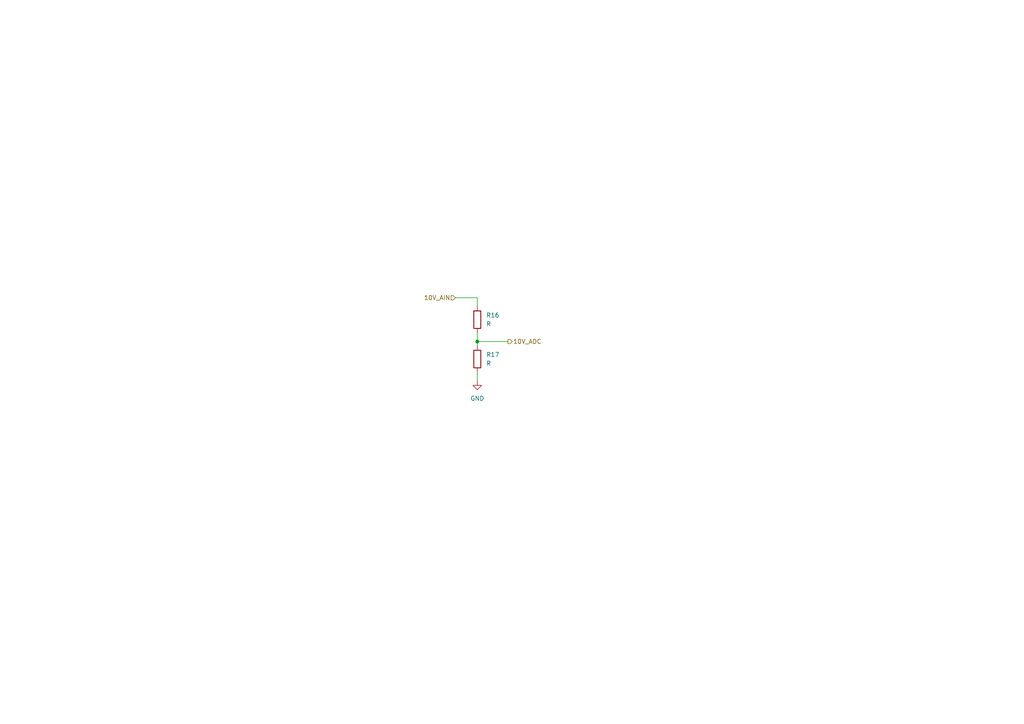
<source format=kicad_sch>
(kicad_sch (version 20250114) (generator "eeschema") (generator_version "9.0")
  (paper "A4")
  (lib_symbols
    (symbol "Device:R" (pin_numbers (hide yes)) (pin_names (offset 0))
      (property "Reference" "R" (at 2.032 0 90))
      (property "Value" "R" (at 0 0 90))
      (symbol "R_0_1"
        (rectangle (start -1.016 -2.54) (end 1.016 2.54) (stroke (width 0.254)))
      )
      (symbol "R_1_1"
        (pin passive line (at 0 3.81 270) (length 1.27) (name "~") (number "1"))
        (pin passive line (at 0 -3.81 90) (length 1.27) (name "~") (number "2"))
      )
    )
    (symbol "power:GND" (power) (pin_numbers (hide yes)) (pin_names (offset 0) (hide yes))
      (property "Value" "GND" (at 0 -3.81 0))
      (symbol "GND_0_1"
        (polyline (pts (xy 0 0) (xy 0 -1.27) (xy 1.27 -1.27) (xy 0 -2.54) (xy -1.27 -1.27) (xy 0 -1.27)))
      )
      (symbol "GND_1_1"
        (pin power_in line (at 0 0 270) (length 0) (name "~") (number "1"))
      )
    )
  )
  (junction (at 138.43 99.06))
  (wire (pts (xy 138.43 96.52) (xy 138.43 99.06)))
  (wire (pts (xy 138.43 107.95) (xy 138.43 110.49)))
  (wire (pts (xy 138.43 86.36) (xy 138.43 88.9)))
  (wire (pts (xy 138.43 99.06) (xy 147.32 99.06)))
  (wire (pts (xy 132.08 86.36) (xy 138.43 86.36)))
  (wire (pts (xy 138.43 99.06) (xy 138.43 100.33)))
  (hierarchical_label "10V_ADC" (shape output) (at 147.32 99.06 0))
  (hierarchical_label "10V_AIN" (shape input) (at 132.08 86.36 180))
  (symbol (lib_id "Device:R") (at 138.43 104.14 0) (unit 1)
    (property "Reference" "R17" (at 140.97 102.8699 0) (effects (justify left)))
    (property "Value" "R" (at 140.97 105.4099 0) (effects (justify left)))
    (property "Description" "Resistor" (effects (hide yes)))
  )
  (symbol (lib_id "power:GND") (at 138.43 110.49 0) (unit 1)
    (property "Reference" "#PWR041" (effects (hide yes)))
    (property "Value" "GND" (at 138.43 115.57 0))
    (property "Description" "Power symbol creates a global label with name \"GND\" , ground" (effects (hide yes)))
  )
  (symbol (lib_id "Device:R") (at 138.43 92.71 0) (unit 1)
    (property "Reference" "R16" (at 140.97 91.4399 0) (effects (justify left)))
    (property "Value" "R" (at 140.97 93.9799 0) (effects (justify left)))
    (property "Description" "Resistor" (effects (hide yes)))
  )
)
</source>
